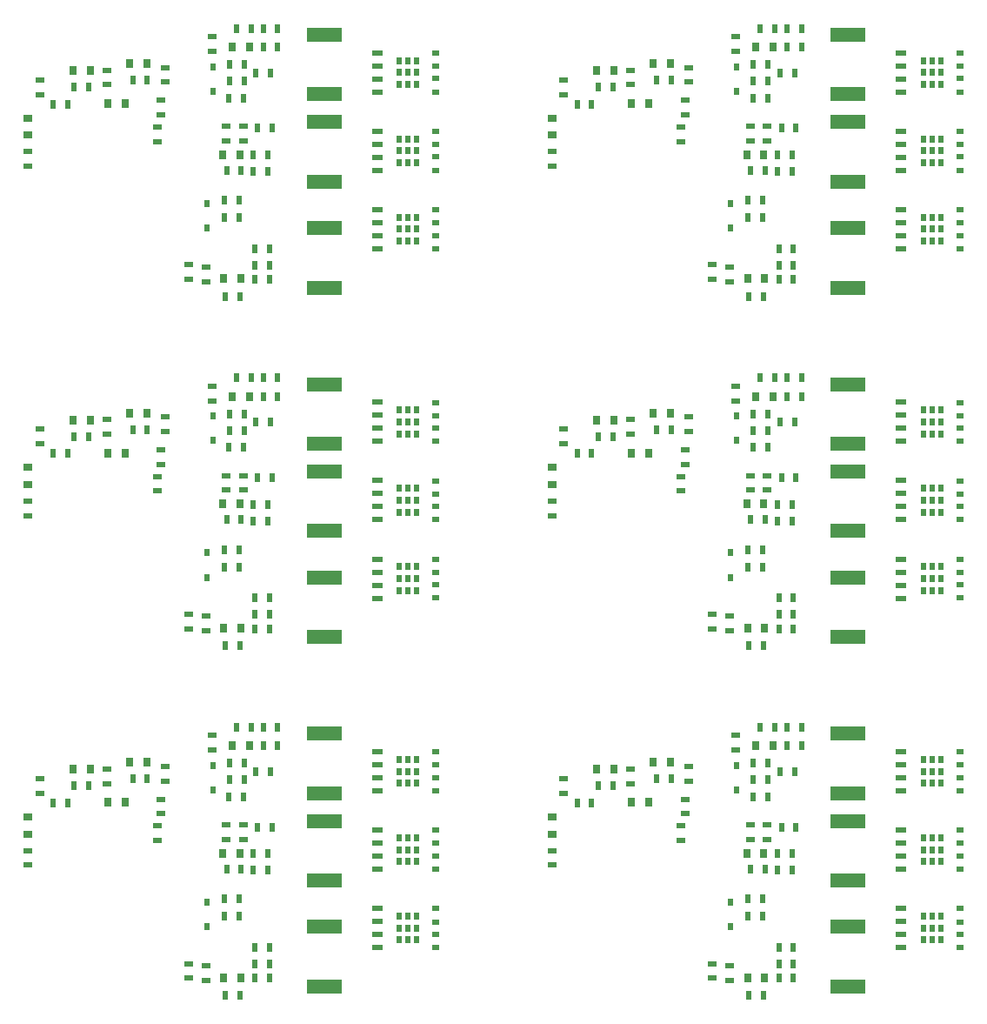
<source format=gbp>
%TF.GenerationSoftware,KiCad,Pcbnew,4.0.6-e0-6349~53~ubuntu16.04.1*%
%TF.CreationDate,2017-03-20T23:11:39+02:00*%
%TF.ProjectId,BLDC_controller,424C44435F636F6E74726F6C6C65722E,1.0*%
%TF.FileFunction,Paste,Bot*%
%FSLAX46Y46*%
G04 Gerber Fmt 4.6, Leading zero omitted, Abs format (unit mm)*
G04 Created by KiCad (PCBNEW 4.0.6-e0-6349~53~ubuntu16.04.1) date Mon Mar 20 23:11:39 2017*
%MOMM*%
%LPD*%
G01*
G04 APERTURE LIST*
%ADD10C,0.100000*%
%ADD11R,0.550000X0.890000*%
%ADD12R,0.500000X0.700000*%
%ADD13R,0.890000X0.550000*%
%ADD14R,3.350000X1.400000*%
%ADD15R,0.500000X0.800000*%
%ADD16R,0.800000X0.500000*%
%ADD17R,1.050000X0.600000*%
%ADD18R,0.800000X0.900000*%
%ADD19R,0.900000X0.800000*%
G04 APERTURE END LIST*
D10*
D11*
X208790000Y-156100000D03*
X210210000Y-156100000D03*
X157790000Y-156100000D03*
X159210000Y-156100000D03*
X208790000Y-122100000D03*
X210210000Y-122100000D03*
X157790000Y-122100000D03*
X159210000Y-122100000D03*
X208790000Y-88100000D03*
X210210000Y-88100000D03*
X210210000Y-157700000D03*
X208790000Y-157700000D03*
X159210000Y-157700000D03*
X157790000Y-157700000D03*
X210210000Y-123700000D03*
X208790000Y-123700000D03*
X159210000Y-123700000D03*
X157790000Y-123700000D03*
X210210000Y-89700000D03*
X208790000Y-89700000D03*
D12*
X207200000Y-158700000D03*
X207200000Y-156300000D03*
X156200000Y-158700000D03*
X156200000Y-156300000D03*
X207200000Y-124700000D03*
X207200000Y-122300000D03*
X156200000Y-124700000D03*
X156200000Y-122300000D03*
X207200000Y-90700000D03*
X207200000Y-88300000D03*
D11*
X210185000Y-159375000D03*
X208765000Y-159375000D03*
X159185000Y-159375000D03*
X157765000Y-159375000D03*
X210185000Y-125375000D03*
X208765000Y-125375000D03*
X159185000Y-125375000D03*
X157765000Y-125375000D03*
X210185000Y-91375000D03*
X208765000Y-91375000D03*
D13*
X207100000Y-154810000D03*
X207100000Y-153390000D03*
X156100000Y-154810000D03*
X156100000Y-153390000D03*
X207100000Y-120810000D03*
X207100000Y-119390000D03*
X156100000Y-120810000D03*
X156100000Y-119390000D03*
X207100000Y-86810000D03*
X207100000Y-85390000D03*
D14*
X218050000Y-159000000D03*
X218050000Y-153200000D03*
X167050000Y-159000000D03*
X167050000Y-153200000D03*
X218050000Y-125000000D03*
X218050000Y-119200000D03*
X167050000Y-125000000D03*
X167050000Y-119200000D03*
X218050000Y-91000000D03*
X218050000Y-85200000D03*
D15*
X226200000Y-158025000D03*
X225350000Y-158025000D03*
X227050000Y-158025000D03*
X226200000Y-155725000D03*
X225350000Y-155725000D03*
X227050000Y-155725000D03*
X227050000Y-156875000D03*
X225350000Y-156875000D03*
D16*
X228900000Y-158750000D03*
X228900000Y-155000000D03*
X228900000Y-157475000D03*
D17*
X223175000Y-157510000D03*
X223175000Y-158780000D03*
X223175000Y-156240000D03*
X223175000Y-154970000D03*
D16*
X228900000Y-156275000D03*
D15*
X226200000Y-156875000D03*
X175200000Y-158025000D03*
X174350000Y-158025000D03*
X176050000Y-158025000D03*
X175200000Y-155725000D03*
X174350000Y-155725000D03*
X176050000Y-155725000D03*
X176050000Y-156875000D03*
X174350000Y-156875000D03*
D16*
X177900000Y-158750000D03*
X177900000Y-155000000D03*
X177900000Y-157475000D03*
D17*
X172175000Y-157510000D03*
X172175000Y-158780000D03*
X172175000Y-156240000D03*
X172175000Y-154970000D03*
D16*
X177900000Y-156275000D03*
D15*
X175200000Y-156875000D03*
X226200000Y-124025000D03*
X225350000Y-124025000D03*
X227050000Y-124025000D03*
X226200000Y-121725000D03*
X225350000Y-121725000D03*
X227050000Y-121725000D03*
X227050000Y-122875000D03*
X225350000Y-122875000D03*
D16*
X228900000Y-124750000D03*
X228900000Y-121000000D03*
X228900000Y-123475000D03*
D17*
X223175000Y-123510000D03*
X223175000Y-124780000D03*
X223175000Y-122240000D03*
X223175000Y-120970000D03*
D16*
X228900000Y-122275000D03*
D15*
X226200000Y-122875000D03*
X175200000Y-124025000D03*
X174350000Y-124025000D03*
X176050000Y-124025000D03*
X175200000Y-121725000D03*
X174350000Y-121725000D03*
X176050000Y-121725000D03*
X176050000Y-122875000D03*
X174350000Y-122875000D03*
D16*
X177900000Y-124750000D03*
X177900000Y-121000000D03*
X177900000Y-123475000D03*
D17*
X172175000Y-123510000D03*
X172175000Y-124780000D03*
X172175000Y-122240000D03*
X172175000Y-120970000D03*
D16*
X177900000Y-122275000D03*
D15*
X175200000Y-122875000D03*
X226200000Y-90025000D03*
X225350000Y-90025000D03*
X227050000Y-90025000D03*
X226200000Y-87725000D03*
X225350000Y-87725000D03*
X227050000Y-87725000D03*
X227050000Y-88875000D03*
X225350000Y-88875000D03*
D16*
X228900000Y-90750000D03*
X228900000Y-87000000D03*
X228900000Y-89475000D03*
D17*
X223175000Y-89510000D03*
X223175000Y-90780000D03*
X223175000Y-88240000D03*
X223175000Y-86970000D03*
D16*
X228900000Y-88275000D03*
D15*
X226200000Y-88875000D03*
X226200000Y-173275000D03*
X225350000Y-173275000D03*
X227050000Y-173275000D03*
X226200000Y-170975000D03*
X225350000Y-170975000D03*
X227050000Y-170975000D03*
X227050000Y-172125000D03*
X225350000Y-172125000D03*
D16*
X228900000Y-174000000D03*
X228900000Y-170250000D03*
X228900000Y-172725000D03*
D17*
X223175000Y-172760000D03*
X223175000Y-174030000D03*
X223175000Y-171490000D03*
X223175000Y-170220000D03*
D16*
X228900000Y-171525000D03*
D15*
X226200000Y-172125000D03*
X175200000Y-173275000D03*
X174350000Y-173275000D03*
X176050000Y-173275000D03*
X175200000Y-170975000D03*
X174350000Y-170975000D03*
X176050000Y-170975000D03*
X176050000Y-172125000D03*
X174350000Y-172125000D03*
D16*
X177900000Y-174000000D03*
X177900000Y-170250000D03*
X177900000Y-172725000D03*
D17*
X172175000Y-172760000D03*
X172175000Y-174030000D03*
X172175000Y-171490000D03*
X172175000Y-170220000D03*
D16*
X177900000Y-171525000D03*
D15*
X175200000Y-172125000D03*
X226200000Y-139275000D03*
X225350000Y-139275000D03*
X227050000Y-139275000D03*
X226200000Y-136975000D03*
X225350000Y-136975000D03*
X227050000Y-136975000D03*
X227050000Y-138125000D03*
X225350000Y-138125000D03*
D16*
X228900000Y-140000000D03*
X228900000Y-136250000D03*
X228900000Y-138725000D03*
D17*
X223175000Y-138760000D03*
X223175000Y-140030000D03*
X223175000Y-137490000D03*
X223175000Y-136220000D03*
D16*
X228900000Y-137525000D03*
D15*
X226200000Y-138125000D03*
X175200000Y-139275000D03*
X174350000Y-139275000D03*
X176050000Y-139275000D03*
X175200000Y-136975000D03*
X174350000Y-136975000D03*
X176050000Y-136975000D03*
X176050000Y-138125000D03*
X174350000Y-138125000D03*
D16*
X177900000Y-140000000D03*
X177900000Y-136250000D03*
X177900000Y-138725000D03*
D17*
X172175000Y-138760000D03*
X172175000Y-140030000D03*
X172175000Y-137490000D03*
X172175000Y-136220000D03*
D16*
X177900000Y-137525000D03*
D15*
X175200000Y-138125000D03*
X226200000Y-105275000D03*
X225350000Y-105275000D03*
X227050000Y-105275000D03*
X226200000Y-102975000D03*
X225350000Y-102975000D03*
X227050000Y-102975000D03*
X227050000Y-104125000D03*
X225350000Y-104125000D03*
D16*
X228900000Y-106000000D03*
X228900000Y-102250000D03*
X228900000Y-104725000D03*
D17*
X223175000Y-104760000D03*
X223175000Y-106030000D03*
X223175000Y-103490000D03*
X223175000Y-102220000D03*
D16*
X228900000Y-103525000D03*
D15*
X226200000Y-104125000D03*
D14*
X218000000Y-161705000D03*
X218000000Y-167505000D03*
X167000000Y-161705000D03*
X167000000Y-167505000D03*
X218000000Y-127705000D03*
X218000000Y-133505000D03*
X167000000Y-127705000D03*
X167000000Y-133505000D03*
X218000000Y-93705000D03*
X218000000Y-99505000D03*
D15*
X226200000Y-165645000D03*
X225350000Y-165645000D03*
X227050000Y-165645000D03*
X226200000Y-163345000D03*
X225350000Y-163345000D03*
X227050000Y-163345000D03*
X227050000Y-164495000D03*
X225350000Y-164495000D03*
D16*
X228900000Y-166370000D03*
X228900000Y-162620000D03*
X228900000Y-165095000D03*
D17*
X223175000Y-165130000D03*
X223175000Y-166400000D03*
X223175000Y-163860000D03*
X223175000Y-162590000D03*
D16*
X228900000Y-163895000D03*
D15*
X226200000Y-164495000D03*
X175200000Y-165645000D03*
X174350000Y-165645000D03*
X176050000Y-165645000D03*
X175200000Y-163345000D03*
X174350000Y-163345000D03*
X176050000Y-163345000D03*
X176050000Y-164495000D03*
X174350000Y-164495000D03*
D16*
X177900000Y-166370000D03*
X177900000Y-162620000D03*
X177900000Y-165095000D03*
D17*
X172175000Y-165130000D03*
X172175000Y-166400000D03*
X172175000Y-163860000D03*
X172175000Y-162590000D03*
D16*
X177900000Y-163895000D03*
D15*
X175200000Y-164495000D03*
X226200000Y-131645000D03*
X225350000Y-131645000D03*
X227050000Y-131645000D03*
X226200000Y-129345000D03*
X225350000Y-129345000D03*
X227050000Y-129345000D03*
X227050000Y-130495000D03*
X225350000Y-130495000D03*
D16*
X228900000Y-132370000D03*
X228900000Y-128620000D03*
X228900000Y-131095000D03*
D17*
X223175000Y-131130000D03*
X223175000Y-132400000D03*
X223175000Y-129860000D03*
X223175000Y-128590000D03*
D16*
X228900000Y-129895000D03*
D15*
X226200000Y-130495000D03*
X175200000Y-131645000D03*
X174350000Y-131645000D03*
X176050000Y-131645000D03*
X175200000Y-129345000D03*
X174350000Y-129345000D03*
X176050000Y-129345000D03*
X176050000Y-130495000D03*
X174350000Y-130495000D03*
D16*
X177900000Y-132370000D03*
X177900000Y-128620000D03*
X177900000Y-131095000D03*
D17*
X172175000Y-131130000D03*
X172175000Y-132400000D03*
X172175000Y-129860000D03*
X172175000Y-128590000D03*
D16*
X177900000Y-129895000D03*
D15*
X175200000Y-130495000D03*
X226200000Y-97645000D03*
X225350000Y-97645000D03*
X227050000Y-97645000D03*
X226200000Y-95345000D03*
X225350000Y-95345000D03*
X227050000Y-95345000D03*
X227050000Y-96495000D03*
X225350000Y-96495000D03*
D16*
X228900000Y-98370000D03*
X228900000Y-94620000D03*
X228900000Y-97095000D03*
D17*
X223175000Y-97130000D03*
X223175000Y-98400000D03*
X223175000Y-95860000D03*
X223175000Y-94590000D03*
D16*
X228900000Y-95895000D03*
D15*
X226200000Y-96495000D03*
D18*
X208240000Y-176950000D03*
X209900000Y-176950000D03*
X157240000Y-176950000D03*
X158900000Y-176950000D03*
X208240000Y-142950000D03*
X209900000Y-142950000D03*
X157240000Y-142950000D03*
X158900000Y-142950000D03*
X208240000Y-108950000D03*
X209900000Y-108950000D03*
D13*
X204800000Y-175590000D03*
X204800000Y-177010000D03*
X153800000Y-175590000D03*
X153800000Y-177010000D03*
X204800000Y-141590000D03*
X204800000Y-143010000D03*
X153800000Y-141590000D03*
X153800000Y-143010000D03*
X204800000Y-107590000D03*
X204800000Y-109010000D03*
D11*
X209720000Y-171000000D03*
X208300000Y-171000000D03*
X158720000Y-171000000D03*
X157300000Y-171000000D03*
X209720000Y-137000000D03*
X208300000Y-137000000D03*
X158720000Y-137000000D03*
X157300000Y-137000000D03*
X209720000Y-103000000D03*
X208300000Y-103000000D03*
D13*
X206500000Y-177210000D03*
X206500000Y-175790000D03*
X155500000Y-177210000D03*
X155500000Y-175790000D03*
X206500000Y-143210000D03*
X206500000Y-141790000D03*
X155500000Y-143210000D03*
X155500000Y-141790000D03*
X206500000Y-109210000D03*
X206500000Y-107790000D03*
D11*
X209710000Y-169300000D03*
X208290000Y-169300000D03*
X158710000Y-169300000D03*
X157290000Y-169300000D03*
X209710000Y-135300000D03*
X208290000Y-135300000D03*
X158710000Y-135300000D03*
X157290000Y-135300000D03*
X209710000Y-101300000D03*
X208290000Y-101300000D03*
D12*
X206600000Y-172000000D03*
X206600000Y-169600000D03*
X155600000Y-172000000D03*
X155600000Y-169600000D03*
X206600000Y-138000000D03*
X206600000Y-135600000D03*
X155600000Y-138000000D03*
X155600000Y-135600000D03*
X206600000Y-104000000D03*
X206600000Y-101600000D03*
D11*
X212710000Y-174000000D03*
X211290000Y-174000000D03*
X161710000Y-174000000D03*
X160290000Y-174000000D03*
X212710000Y-140000000D03*
X211290000Y-140000000D03*
X161710000Y-140000000D03*
X160290000Y-140000000D03*
X212710000Y-106000000D03*
X211290000Y-106000000D03*
X211290000Y-175605000D03*
X212710000Y-175605000D03*
X160290000Y-175605000D03*
X161710000Y-175605000D03*
X211290000Y-141605000D03*
X212710000Y-141605000D03*
X160290000Y-141605000D03*
X161710000Y-141605000D03*
X211290000Y-107605000D03*
X212710000Y-107605000D03*
X212710000Y-177000000D03*
X211290000Y-177000000D03*
X161710000Y-177000000D03*
X160290000Y-177000000D03*
X212710000Y-143000000D03*
X211290000Y-143000000D03*
X161710000Y-143000000D03*
X160290000Y-143000000D03*
X212710000Y-109000000D03*
X211290000Y-109000000D03*
D14*
X218050000Y-172000000D03*
X218050000Y-177800000D03*
X167050000Y-172000000D03*
X167050000Y-177800000D03*
X218050000Y-138000000D03*
X218050000Y-143800000D03*
X167050000Y-138000000D03*
X167050000Y-143800000D03*
X218050000Y-104000000D03*
X218050000Y-109800000D03*
D11*
X208390000Y-178650000D03*
X209810000Y-178650000D03*
X157390000Y-178650000D03*
X158810000Y-178650000D03*
X208390000Y-144650000D03*
X209810000Y-144650000D03*
X157390000Y-144650000D03*
X158810000Y-144650000D03*
X208390000Y-110650000D03*
X209810000Y-110650000D03*
D18*
X196970000Y-159900000D03*
X198630000Y-159900000D03*
X145970000Y-159900000D03*
X147630000Y-159900000D03*
X196970000Y-125900000D03*
X198630000Y-125900000D03*
X145970000Y-125900000D03*
X147630000Y-125900000D03*
X196970000Y-91900000D03*
X198630000Y-91900000D03*
D13*
X202550000Y-157810000D03*
X202550000Y-156390000D03*
X151550000Y-157810000D03*
X151550000Y-156390000D03*
X202550000Y-123810000D03*
X202550000Y-122390000D03*
X151550000Y-123810000D03*
X151550000Y-122390000D03*
X202550000Y-89810000D03*
X202550000Y-88390000D03*
X196850000Y-158060000D03*
X196850000Y-156640000D03*
X145850000Y-158060000D03*
X145850000Y-156640000D03*
X196850000Y-124060000D03*
X196850000Y-122640000D03*
X145850000Y-124060000D03*
X145850000Y-122640000D03*
X196850000Y-90060000D03*
X196850000Y-88640000D03*
D18*
X200730000Y-156000000D03*
X199070000Y-156000000D03*
X149730000Y-156000000D03*
X148070000Y-156000000D03*
X200730000Y-122000000D03*
X199070000Y-122000000D03*
X149730000Y-122000000D03*
X148070000Y-122000000D03*
X200730000Y-88000000D03*
X199070000Y-88000000D03*
D13*
X202150000Y-161010000D03*
X202150000Y-159590000D03*
X151150000Y-161010000D03*
X151150000Y-159590000D03*
X202150000Y-127010000D03*
X202150000Y-125590000D03*
X151150000Y-127010000D03*
X151150000Y-125590000D03*
X202150000Y-93010000D03*
X202150000Y-91590000D03*
X201750000Y-163610000D03*
X201750000Y-162190000D03*
X150750000Y-163610000D03*
X150750000Y-162190000D03*
X201750000Y-129610000D03*
X201750000Y-128190000D03*
X150750000Y-129610000D03*
X150750000Y-128190000D03*
X201750000Y-95610000D03*
X201750000Y-94190000D03*
D11*
X199390000Y-157600000D03*
X200810000Y-157600000D03*
X148390000Y-157600000D03*
X149810000Y-157600000D03*
X199390000Y-123600000D03*
X200810000Y-123600000D03*
X148390000Y-123600000D03*
X149810000Y-123600000D03*
X199390000Y-89600000D03*
X200810000Y-89600000D03*
X193690000Y-158300000D03*
X195110000Y-158300000D03*
X142690000Y-158300000D03*
X144110000Y-158300000D03*
X193690000Y-124300000D03*
X195110000Y-124300000D03*
X142690000Y-124300000D03*
X144110000Y-124300000D03*
X193690000Y-90300000D03*
X195110000Y-90300000D03*
X191640000Y-159950000D03*
X193060000Y-159950000D03*
X140640000Y-159950000D03*
X142060000Y-159950000D03*
X191640000Y-125950000D03*
X193060000Y-125950000D03*
X140640000Y-125950000D03*
X142060000Y-125950000D03*
X191640000Y-91950000D03*
X193060000Y-91950000D03*
D18*
X195230000Y-156700000D03*
X193570000Y-156700000D03*
X144230000Y-156700000D03*
X142570000Y-156700000D03*
X195230000Y-122700000D03*
X193570000Y-122700000D03*
X144230000Y-122700000D03*
X142570000Y-122700000D03*
X195230000Y-88700000D03*
X193570000Y-88700000D03*
D19*
X189200000Y-162980000D03*
X189200000Y-161320000D03*
X138200000Y-162980000D03*
X138200000Y-161320000D03*
X189200000Y-128980000D03*
X189200000Y-127320000D03*
X138200000Y-128980000D03*
X138200000Y-127320000D03*
X189200000Y-94980000D03*
X189200000Y-93320000D03*
D13*
X189200000Y-166010000D03*
X189200000Y-164590000D03*
X138200000Y-166010000D03*
X138200000Y-164590000D03*
X189200000Y-132010000D03*
X189200000Y-130590000D03*
X138200000Y-132010000D03*
X138200000Y-130590000D03*
X189200000Y-98010000D03*
X189200000Y-96590000D03*
X190350000Y-159010000D03*
X190350000Y-157590000D03*
X139350000Y-159010000D03*
X139350000Y-157590000D03*
X190350000Y-125010000D03*
X190350000Y-123590000D03*
X139350000Y-125010000D03*
X139350000Y-123590000D03*
X190350000Y-91010000D03*
X190350000Y-89590000D03*
D11*
X213510000Y-152600000D03*
X212090000Y-152600000D03*
X162510000Y-152600000D03*
X161090000Y-152600000D03*
X213510000Y-118600000D03*
X212090000Y-118600000D03*
X162510000Y-118600000D03*
X161090000Y-118600000D03*
X213510000Y-84600000D03*
X212090000Y-84600000D03*
X212090000Y-154400000D03*
X213510000Y-154400000D03*
X161090000Y-154400000D03*
X162510000Y-154400000D03*
X212090000Y-120400000D03*
X213510000Y-120400000D03*
X161090000Y-120400000D03*
X162510000Y-120400000D03*
X212090000Y-86400000D03*
X213510000Y-86400000D03*
X212810000Y-156900000D03*
X211390000Y-156900000D03*
X161810000Y-156900000D03*
X160390000Y-156900000D03*
X212810000Y-122900000D03*
X211390000Y-122900000D03*
X161810000Y-122900000D03*
X160390000Y-122900000D03*
X212810000Y-88900000D03*
X211390000Y-88900000D03*
D18*
X209070000Y-154400000D03*
X210730000Y-154400000D03*
X158070000Y-154400000D03*
X159730000Y-154400000D03*
X209070000Y-120400000D03*
X210730000Y-120400000D03*
X158070000Y-120400000D03*
X159730000Y-120400000D03*
X209070000Y-86400000D03*
X210730000Y-86400000D03*
D11*
X209480000Y-152600000D03*
X210900000Y-152600000D03*
X158480000Y-152600000D03*
X159900000Y-152600000D03*
X209480000Y-118600000D03*
X210900000Y-118600000D03*
X158480000Y-118600000D03*
X159900000Y-118600000D03*
X209480000Y-84600000D03*
X210900000Y-84600000D03*
X212960000Y-162300000D03*
X211540000Y-162300000D03*
X161960000Y-162300000D03*
X160540000Y-162300000D03*
X212960000Y-128300000D03*
X211540000Y-128300000D03*
X161960000Y-128300000D03*
X160540000Y-128300000D03*
X212960000Y-94300000D03*
X211540000Y-94300000D03*
D18*
X208170000Y-164850000D03*
X209830000Y-164850000D03*
X157170000Y-164850000D03*
X158830000Y-164850000D03*
X208170000Y-130850000D03*
X209830000Y-130850000D03*
X157170000Y-130850000D03*
X158830000Y-130850000D03*
X208170000Y-96850000D03*
X209830000Y-96850000D03*
D13*
X210150000Y-162090000D03*
X210150000Y-163510000D03*
X159150000Y-162090000D03*
X159150000Y-163510000D03*
X210150000Y-128090000D03*
X210150000Y-129510000D03*
X159150000Y-128090000D03*
X159150000Y-129510000D03*
X210150000Y-94090000D03*
X210150000Y-95510000D03*
X208500000Y-163510000D03*
X208500000Y-162090000D03*
X157500000Y-163510000D03*
X157500000Y-162090000D03*
X208500000Y-129510000D03*
X208500000Y-128090000D03*
X157500000Y-129510000D03*
X157500000Y-128090000D03*
X208500000Y-95510000D03*
X208500000Y-94090000D03*
D11*
X212560000Y-166500000D03*
X211140000Y-166500000D03*
X161560000Y-166500000D03*
X160140000Y-166500000D03*
X212560000Y-132500000D03*
X211140000Y-132500000D03*
X161560000Y-132500000D03*
X160140000Y-132500000D03*
X212560000Y-98500000D03*
X211140000Y-98500000D03*
X208530000Y-166400000D03*
X209950000Y-166400000D03*
X157530000Y-166400000D03*
X158950000Y-166400000D03*
X208530000Y-132400000D03*
X209950000Y-132400000D03*
X157530000Y-132400000D03*
X158950000Y-132400000D03*
X208530000Y-98400000D03*
X209950000Y-98400000D03*
X211140000Y-164905000D03*
X212560000Y-164905000D03*
X160140000Y-164905000D03*
X161560000Y-164905000D03*
X211140000Y-130905000D03*
X212560000Y-130905000D03*
X160140000Y-130905000D03*
X161560000Y-130905000D03*
X211140000Y-96905000D03*
X212560000Y-96905000D03*
X161710000Y-109000000D03*
X160290000Y-109000000D03*
D14*
X167050000Y-104000000D03*
X167050000Y-109800000D03*
D12*
X156200000Y-90700000D03*
X156200000Y-88300000D03*
X155600000Y-104000000D03*
X155600000Y-101600000D03*
D14*
X167000000Y-93705000D03*
X167000000Y-99505000D03*
X167050000Y-91000000D03*
X167050000Y-85200000D03*
D11*
X159210000Y-89700000D03*
X157790000Y-89700000D03*
X159185000Y-91375000D03*
X157765000Y-91375000D03*
X158710000Y-101300000D03*
X157290000Y-101300000D03*
X158720000Y-103000000D03*
X157300000Y-103000000D03*
X161810000Y-88900000D03*
X160390000Y-88900000D03*
X161560000Y-98500000D03*
X160140000Y-98500000D03*
X160290000Y-107605000D03*
X161710000Y-107605000D03*
X160140000Y-96905000D03*
X161560000Y-96905000D03*
X161090000Y-86400000D03*
X162510000Y-86400000D03*
D13*
X155500000Y-109210000D03*
X155500000Y-107790000D03*
X159150000Y-94090000D03*
X159150000Y-95510000D03*
D11*
X158480000Y-84600000D03*
X159900000Y-84600000D03*
D13*
X153800000Y-107590000D03*
X153800000Y-109010000D03*
X157500000Y-95510000D03*
X157500000Y-94090000D03*
X156100000Y-86810000D03*
X156100000Y-85390000D03*
D11*
X157390000Y-110650000D03*
X158810000Y-110650000D03*
X157530000Y-98400000D03*
X158950000Y-98400000D03*
X157790000Y-88100000D03*
X159210000Y-88100000D03*
D13*
X151150000Y-93010000D03*
X151150000Y-91590000D03*
D18*
X157240000Y-108950000D03*
X158900000Y-108950000D03*
X157170000Y-96850000D03*
X158830000Y-96850000D03*
X158070000Y-86400000D03*
X159730000Y-86400000D03*
D11*
X161710000Y-106000000D03*
X160290000Y-106000000D03*
X161960000Y-94300000D03*
X160540000Y-94300000D03*
X162510000Y-84600000D03*
X161090000Y-84600000D03*
D19*
X138200000Y-94980000D03*
X138200000Y-93320000D03*
D18*
X144230000Y-88700000D03*
X142570000Y-88700000D03*
X149730000Y-88000000D03*
X148070000Y-88000000D03*
D11*
X140640000Y-91950000D03*
X142060000Y-91950000D03*
D13*
X139350000Y-91010000D03*
X139350000Y-89590000D03*
X145850000Y-90060000D03*
X145850000Y-88640000D03*
X151550000Y-89810000D03*
X151550000Y-88390000D03*
X138200000Y-98010000D03*
X138200000Y-96590000D03*
D11*
X142690000Y-90300000D03*
X144110000Y-90300000D03*
X148390000Y-89600000D03*
X149810000Y-89600000D03*
D13*
X150750000Y-95610000D03*
X150750000Y-94190000D03*
D18*
X145970000Y-91900000D03*
X147630000Y-91900000D03*
D15*
X175200000Y-90025000D03*
X174350000Y-90025000D03*
X176050000Y-90025000D03*
X175200000Y-87725000D03*
X174350000Y-87725000D03*
X176050000Y-87725000D03*
X176050000Y-88875000D03*
X174350000Y-88875000D03*
D16*
X177900000Y-90750000D03*
X177900000Y-87000000D03*
X177900000Y-89475000D03*
D17*
X172175000Y-89510000D03*
X172175000Y-90780000D03*
X172175000Y-88240000D03*
X172175000Y-86970000D03*
D16*
X177900000Y-88275000D03*
D15*
X175200000Y-88875000D03*
X175200000Y-97645000D03*
X174350000Y-97645000D03*
X176050000Y-97645000D03*
X175200000Y-95345000D03*
X174350000Y-95345000D03*
X176050000Y-95345000D03*
X176050000Y-96495000D03*
X174350000Y-96495000D03*
D16*
X177900000Y-98370000D03*
X177900000Y-94620000D03*
X177900000Y-97095000D03*
D17*
X172175000Y-97130000D03*
X172175000Y-98400000D03*
X172175000Y-95860000D03*
X172175000Y-94590000D03*
D16*
X177900000Y-95895000D03*
D15*
X175200000Y-96495000D03*
X175200000Y-105275000D03*
X174350000Y-105275000D03*
X176050000Y-105275000D03*
X175200000Y-102975000D03*
X174350000Y-102975000D03*
X176050000Y-102975000D03*
X176050000Y-104125000D03*
X174350000Y-104125000D03*
D16*
X177900000Y-106000000D03*
X177900000Y-102250000D03*
X177900000Y-104725000D03*
D17*
X172175000Y-104760000D03*
X172175000Y-106030000D03*
X172175000Y-103490000D03*
X172175000Y-102220000D03*
D16*
X177900000Y-103525000D03*
D15*
X175200000Y-104125000D03*
M02*

</source>
